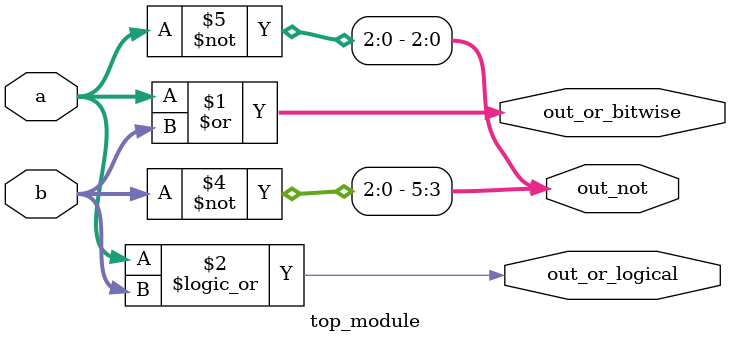
<source format=sv>
module top_module(
	input [2:0] a, 
	input [2:0] b, 
	output [2:0] out_or_bitwise,
	output out_or_logical,
	output [5:0] out_not
);

	// Bitwise OR operation
	assign out_or_bitwise = a | b;
	
	// Logical OR operation
	assign out_or_logical = | (a || b);
	
	// Inverse of b in the upper half of out_not
	assign out_not[5:3] = ~b;
	
	// Inverse of a in the lower half of out_not
	assign out_not[2:0] = ~a;
	
endmodule

</source>
